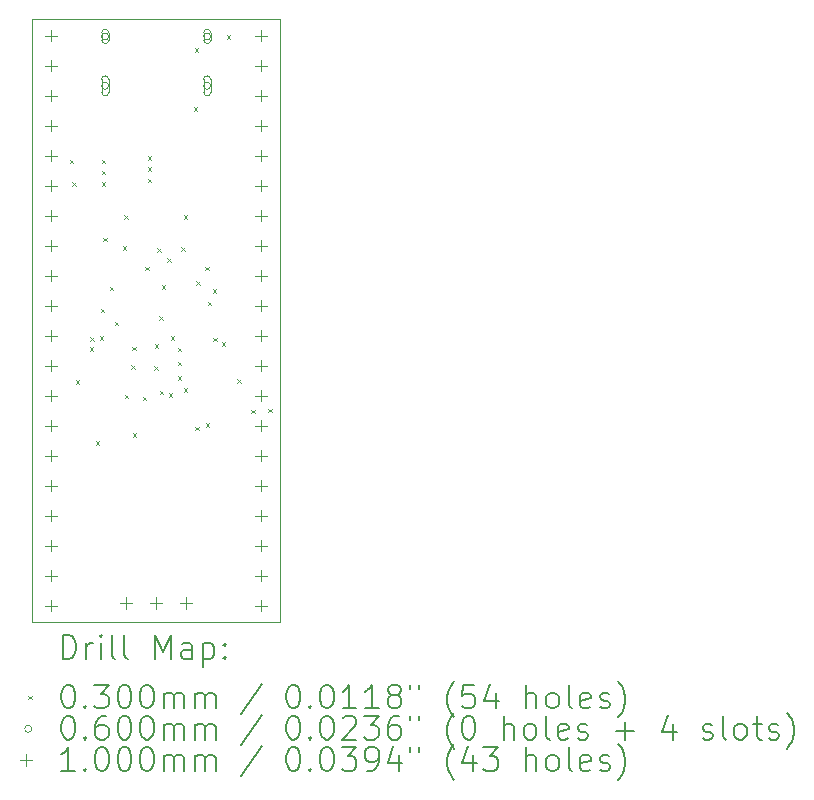
<source format=gbr>
%TF.GenerationSoftware,KiCad,Pcbnew,9.0.6*%
%TF.CreationDate,2025-12-22T21:29:59-08:00*%
%TF.ProjectId,Devboard,44657662-6f61-4726-942e-6b696361645f,rev?*%
%TF.SameCoordinates,Original*%
%TF.FileFunction,Drillmap*%
%TF.FilePolarity,Positive*%
%FSLAX45Y45*%
G04 Gerber Fmt 4.5, Leading zero omitted, Abs format (unit mm)*
G04 Created by KiCad (PCBNEW 9.0.6) date 2025-12-22 21:29:59*
%MOMM*%
%LPD*%
G01*
G04 APERTURE LIST*
%ADD10C,0.050000*%
%ADD11C,0.200000*%
%ADD12C,0.100000*%
G04 APERTURE END LIST*
D10*
X14287500Y-8210000D02*
X16387500Y-8210000D01*
X16387500Y-13310000D01*
X14287500Y-13310000D01*
X14287500Y-8210000D01*
D11*
D12*
X14607500Y-9400000D02*
X14637500Y-9430000D01*
X14637500Y-9400000D02*
X14607500Y-9430000D01*
X14627500Y-9590000D02*
X14657500Y-9620000D01*
X14657500Y-9590000D02*
X14627500Y-9620000D01*
X14658301Y-11265000D02*
X14688301Y-11295000D01*
X14688301Y-11265000D02*
X14658301Y-11295000D01*
X14776500Y-10985000D02*
X14806500Y-11015000D01*
X14806500Y-10985000D02*
X14776500Y-11015000D01*
X14778926Y-10902573D02*
X14808926Y-10932573D01*
X14808926Y-10902573D02*
X14778926Y-10932573D01*
X14827500Y-11780000D02*
X14857500Y-11810000D01*
X14857500Y-11780000D02*
X14827500Y-11810000D01*
X14858505Y-10894374D02*
X14888505Y-10924374D01*
X14888505Y-10894374D02*
X14858505Y-10924374D01*
X14867500Y-10660000D02*
X14897500Y-10690000D01*
X14897500Y-10660000D02*
X14867500Y-10690000D01*
X14877500Y-9400000D02*
X14907500Y-9430000D01*
X14907500Y-9400000D02*
X14877500Y-9430000D01*
X14877500Y-9490000D02*
X14907500Y-9520000D01*
X14907500Y-9490000D02*
X14877500Y-9520000D01*
X14877500Y-9590000D02*
X14907500Y-9620000D01*
X14907500Y-9590000D02*
X14877500Y-9620000D01*
X14887500Y-10060000D02*
X14917500Y-10090000D01*
X14917500Y-10060000D02*
X14887500Y-10090000D01*
X14942926Y-10474574D02*
X14972926Y-10504574D01*
X14972926Y-10474574D02*
X14942926Y-10504574D01*
X14987500Y-10770000D02*
X15017500Y-10800000D01*
X15017500Y-10770000D02*
X14987500Y-10800000D01*
X15054045Y-10130000D02*
X15084045Y-10160000D01*
X15084045Y-10130000D02*
X15054045Y-10160000D01*
X15067500Y-9870000D02*
X15097500Y-9900000D01*
X15097500Y-9870000D02*
X15067500Y-9900000D01*
X15071607Y-11390102D02*
X15101607Y-11420102D01*
X15101607Y-11390102D02*
X15071607Y-11420102D01*
X15127500Y-11140000D02*
X15157500Y-11170000D01*
X15157500Y-11140000D02*
X15127500Y-11170000D01*
X15137500Y-10980000D02*
X15167500Y-11010000D01*
X15167500Y-10980000D02*
X15137500Y-11010000D01*
X15138500Y-11713853D02*
X15168500Y-11743853D01*
X15168500Y-11713853D02*
X15138500Y-11743853D01*
X15223765Y-11406493D02*
X15253765Y-11436493D01*
X15253765Y-11406493D02*
X15223765Y-11436493D01*
X15244000Y-10305759D02*
X15274000Y-10335759D01*
X15274000Y-10305759D02*
X15244000Y-10335759D01*
X15267500Y-9370000D02*
X15297500Y-9400000D01*
X15297500Y-9370000D02*
X15267500Y-9400000D01*
X15267500Y-9460000D02*
X15297500Y-9490000D01*
X15297500Y-9460000D02*
X15267500Y-9490000D01*
X15267500Y-9560000D02*
X15297500Y-9590000D01*
X15297500Y-9560000D02*
X15267500Y-9590000D01*
X15322500Y-11145000D02*
X15352500Y-11175000D01*
X15352500Y-11145000D02*
X15322500Y-11175000D01*
X15327500Y-10960000D02*
X15357500Y-10990000D01*
X15357500Y-10960000D02*
X15327500Y-10990000D01*
X15347500Y-10150000D02*
X15377500Y-10180000D01*
X15377500Y-10150000D02*
X15347500Y-10180000D01*
X15362500Y-10721408D02*
X15392500Y-10751408D01*
X15392500Y-10721408D02*
X15362500Y-10751408D01*
X15367353Y-11355000D02*
X15397353Y-11385000D01*
X15397353Y-11355000D02*
X15367353Y-11385000D01*
X15384939Y-10463208D02*
X15414939Y-10493208D01*
X15414939Y-10463208D02*
X15384939Y-10493208D01*
X15433674Y-10233674D02*
X15463674Y-10263674D01*
X15463674Y-10233674D02*
X15433674Y-10263674D01*
X15445810Y-11373457D02*
X15475810Y-11403457D01*
X15475810Y-11373457D02*
X15445810Y-11403457D01*
X15461356Y-10895000D02*
X15491356Y-10925000D01*
X15491356Y-10895000D02*
X15461356Y-10925000D01*
X15521356Y-10990000D02*
X15551356Y-11020000D01*
X15551356Y-10990000D02*
X15521356Y-11020000D01*
X15521356Y-11110000D02*
X15551356Y-11140000D01*
X15551356Y-11110000D02*
X15521356Y-11140000D01*
X15521356Y-11230000D02*
X15551356Y-11260000D01*
X15551356Y-11230000D02*
X15521356Y-11260000D01*
X15549500Y-10140000D02*
X15579500Y-10170000D01*
X15579500Y-10140000D02*
X15549500Y-10170000D01*
X15572173Y-9870000D02*
X15602173Y-9900000D01*
X15602173Y-9870000D02*
X15572173Y-9900000D01*
X15572618Y-11333926D02*
X15602618Y-11363926D01*
X15602618Y-11333926D02*
X15572618Y-11363926D01*
X15655000Y-8955000D02*
X15685000Y-8985000D01*
X15685000Y-8955000D02*
X15655000Y-8985000D01*
X15665000Y-8455000D02*
X15695000Y-8485000D01*
X15695000Y-8455000D02*
X15665000Y-8485000D01*
X15667500Y-11660000D02*
X15697500Y-11690000D01*
X15697500Y-11660000D02*
X15667500Y-11690000D01*
X15675000Y-10425000D02*
X15705000Y-10455000D01*
X15705000Y-10425000D02*
X15675000Y-10455000D01*
X15755000Y-10305000D02*
X15785000Y-10335000D01*
X15785000Y-10305000D02*
X15755000Y-10335000D01*
X15757500Y-11630000D02*
X15787500Y-11660000D01*
X15787500Y-11630000D02*
X15757500Y-11660000D01*
X15773500Y-10600323D02*
X15803500Y-10630323D01*
X15803500Y-10600323D02*
X15773500Y-10630323D01*
X15817500Y-10495000D02*
X15847500Y-10525000D01*
X15847500Y-10495000D02*
X15817500Y-10525000D01*
X15822324Y-10904305D02*
X15852324Y-10934305D01*
X15852324Y-10904305D02*
X15822324Y-10934305D01*
X15891200Y-10945000D02*
X15921200Y-10975000D01*
X15921200Y-10945000D02*
X15891200Y-10975000D01*
X15935000Y-8345000D02*
X15965000Y-8375000D01*
X15965000Y-8345000D02*
X15935000Y-8375000D01*
X16026500Y-11255644D02*
X16056500Y-11285644D01*
X16056500Y-11255644D02*
X16026500Y-11285644D01*
X16144500Y-11515000D02*
X16174500Y-11545000D01*
X16174500Y-11515000D02*
X16144500Y-11545000D01*
X16285000Y-11505000D02*
X16315000Y-11535000D01*
X16315000Y-11505000D02*
X16285000Y-11535000D01*
X14935500Y-8355000D02*
G75*
G02*
X14875500Y-8355000I-30000J0D01*
G01*
X14875500Y-8355000D02*
G75*
G02*
X14935500Y-8355000I30000J0D01*
G01*
X14935500Y-8385000D02*
X14935500Y-8325000D01*
X14875500Y-8325000D02*
G75*
G02*
X14935500Y-8325000I30000J0D01*
G01*
X14875500Y-8325000D02*
X14875500Y-8385000D01*
X14875500Y-8385000D02*
G75*
G03*
X14935500Y-8385000I30000J0D01*
G01*
X14935500Y-8773000D02*
G75*
G02*
X14875500Y-8773000I-30000J0D01*
G01*
X14875500Y-8773000D02*
G75*
G02*
X14935500Y-8773000I30000J0D01*
G01*
X14935500Y-8828000D02*
X14935500Y-8718000D01*
X14875500Y-8718000D02*
G75*
G02*
X14935500Y-8718000I30000J0D01*
G01*
X14875500Y-8718000D02*
X14875500Y-8828000D01*
X14875500Y-8828000D02*
G75*
G03*
X14935500Y-8828000I30000J0D01*
G01*
X15799500Y-8355000D02*
G75*
G02*
X15739500Y-8355000I-30000J0D01*
G01*
X15739500Y-8355000D02*
G75*
G02*
X15799500Y-8355000I30000J0D01*
G01*
X15799500Y-8385000D02*
X15799500Y-8325000D01*
X15739500Y-8325000D02*
G75*
G02*
X15799500Y-8325000I30000J0D01*
G01*
X15739500Y-8325000D02*
X15739500Y-8385000D01*
X15739500Y-8385000D02*
G75*
G03*
X15799500Y-8385000I30000J0D01*
G01*
X15799500Y-8773000D02*
G75*
G02*
X15739500Y-8773000I-30000J0D01*
G01*
X15739500Y-8773000D02*
G75*
G02*
X15799500Y-8773000I30000J0D01*
G01*
X15799500Y-8828000D02*
X15799500Y-8718000D01*
X15739500Y-8718000D02*
G75*
G02*
X15799500Y-8718000I30000J0D01*
G01*
X15739500Y-8718000D02*
X15739500Y-8828000D01*
X15739500Y-8828000D02*
G75*
G03*
X15799500Y-8828000I30000J0D01*
G01*
X14448500Y-8297000D02*
X14448500Y-8397000D01*
X14398500Y-8347000D02*
X14498500Y-8347000D01*
X14448500Y-8551000D02*
X14448500Y-8651000D01*
X14398500Y-8601000D02*
X14498500Y-8601000D01*
X14448500Y-8805000D02*
X14448500Y-8905000D01*
X14398500Y-8855000D02*
X14498500Y-8855000D01*
X14448500Y-9059000D02*
X14448500Y-9159000D01*
X14398500Y-9109000D02*
X14498500Y-9109000D01*
X14448500Y-9313000D02*
X14448500Y-9413000D01*
X14398500Y-9363000D02*
X14498500Y-9363000D01*
X14448500Y-9567000D02*
X14448500Y-9667000D01*
X14398500Y-9617000D02*
X14498500Y-9617000D01*
X14448500Y-9821000D02*
X14448500Y-9921000D01*
X14398500Y-9871000D02*
X14498500Y-9871000D01*
X14448500Y-10075000D02*
X14448500Y-10175000D01*
X14398500Y-10125000D02*
X14498500Y-10125000D01*
X14448500Y-10329000D02*
X14448500Y-10429000D01*
X14398500Y-10379000D02*
X14498500Y-10379000D01*
X14448500Y-10583000D02*
X14448500Y-10683000D01*
X14398500Y-10633000D02*
X14498500Y-10633000D01*
X14448500Y-10837000D02*
X14448500Y-10937000D01*
X14398500Y-10887000D02*
X14498500Y-10887000D01*
X14448500Y-11091000D02*
X14448500Y-11191000D01*
X14398500Y-11141000D02*
X14498500Y-11141000D01*
X14448500Y-11345000D02*
X14448500Y-11445000D01*
X14398500Y-11395000D02*
X14498500Y-11395000D01*
X14448500Y-11599000D02*
X14448500Y-11699000D01*
X14398500Y-11649000D02*
X14498500Y-11649000D01*
X14448500Y-11853000D02*
X14448500Y-11953000D01*
X14398500Y-11903000D02*
X14498500Y-11903000D01*
X14448500Y-12107000D02*
X14448500Y-12207000D01*
X14398500Y-12157000D02*
X14498500Y-12157000D01*
X14448500Y-12361000D02*
X14448500Y-12461000D01*
X14398500Y-12411000D02*
X14498500Y-12411000D01*
X14448500Y-12615000D02*
X14448500Y-12715000D01*
X14398500Y-12665000D02*
X14498500Y-12665000D01*
X14448500Y-12869000D02*
X14448500Y-12969000D01*
X14398500Y-12919000D02*
X14498500Y-12919000D01*
X14448500Y-13123000D02*
X14448500Y-13223000D01*
X14398500Y-13173000D02*
X14498500Y-13173000D01*
X15083500Y-13099000D02*
X15083500Y-13199000D01*
X15033500Y-13149000D02*
X15133500Y-13149000D01*
X15337500Y-13099000D02*
X15337500Y-13199000D01*
X15287500Y-13149000D02*
X15387500Y-13149000D01*
X15591500Y-13099000D02*
X15591500Y-13199000D01*
X15541500Y-13149000D02*
X15641500Y-13149000D01*
X16226500Y-8297000D02*
X16226500Y-8397000D01*
X16176500Y-8347000D02*
X16276500Y-8347000D01*
X16226500Y-8551000D02*
X16226500Y-8651000D01*
X16176500Y-8601000D02*
X16276500Y-8601000D01*
X16226500Y-8805000D02*
X16226500Y-8905000D01*
X16176500Y-8855000D02*
X16276500Y-8855000D01*
X16226500Y-9059000D02*
X16226500Y-9159000D01*
X16176500Y-9109000D02*
X16276500Y-9109000D01*
X16226500Y-9313000D02*
X16226500Y-9413000D01*
X16176500Y-9363000D02*
X16276500Y-9363000D01*
X16226500Y-9567000D02*
X16226500Y-9667000D01*
X16176500Y-9617000D02*
X16276500Y-9617000D01*
X16226500Y-9821000D02*
X16226500Y-9921000D01*
X16176500Y-9871000D02*
X16276500Y-9871000D01*
X16226500Y-10075000D02*
X16226500Y-10175000D01*
X16176500Y-10125000D02*
X16276500Y-10125000D01*
X16226500Y-10329000D02*
X16226500Y-10429000D01*
X16176500Y-10379000D02*
X16276500Y-10379000D01*
X16226500Y-10583000D02*
X16226500Y-10683000D01*
X16176500Y-10633000D02*
X16276500Y-10633000D01*
X16226500Y-10837000D02*
X16226500Y-10937000D01*
X16176500Y-10887000D02*
X16276500Y-10887000D01*
X16226500Y-11091000D02*
X16226500Y-11191000D01*
X16176500Y-11141000D02*
X16276500Y-11141000D01*
X16226500Y-11345000D02*
X16226500Y-11445000D01*
X16176500Y-11395000D02*
X16276500Y-11395000D01*
X16226500Y-11599000D02*
X16226500Y-11699000D01*
X16176500Y-11649000D02*
X16276500Y-11649000D01*
X16226500Y-11853000D02*
X16226500Y-11953000D01*
X16176500Y-11903000D02*
X16276500Y-11903000D01*
X16226500Y-12107000D02*
X16226500Y-12207000D01*
X16176500Y-12157000D02*
X16276500Y-12157000D01*
X16226500Y-12361000D02*
X16226500Y-12461000D01*
X16176500Y-12411000D02*
X16276500Y-12411000D01*
X16226500Y-12615000D02*
X16226500Y-12715000D01*
X16176500Y-12665000D02*
X16276500Y-12665000D01*
X16226500Y-12869000D02*
X16226500Y-12969000D01*
X16176500Y-12919000D02*
X16276500Y-12919000D01*
X16226500Y-13123000D02*
X16226500Y-13223000D01*
X16176500Y-13173000D02*
X16276500Y-13173000D01*
D11*
X14545777Y-13623984D02*
X14545777Y-13423984D01*
X14545777Y-13423984D02*
X14593396Y-13423984D01*
X14593396Y-13423984D02*
X14621967Y-13433508D01*
X14621967Y-13433508D02*
X14641015Y-13452555D01*
X14641015Y-13452555D02*
X14650539Y-13471603D01*
X14650539Y-13471603D02*
X14660062Y-13509698D01*
X14660062Y-13509698D02*
X14660062Y-13538269D01*
X14660062Y-13538269D02*
X14650539Y-13576365D01*
X14650539Y-13576365D02*
X14641015Y-13595412D01*
X14641015Y-13595412D02*
X14621967Y-13614460D01*
X14621967Y-13614460D02*
X14593396Y-13623984D01*
X14593396Y-13623984D02*
X14545777Y-13623984D01*
X14745777Y-13623984D02*
X14745777Y-13490650D01*
X14745777Y-13528746D02*
X14755301Y-13509698D01*
X14755301Y-13509698D02*
X14764824Y-13500174D01*
X14764824Y-13500174D02*
X14783872Y-13490650D01*
X14783872Y-13490650D02*
X14802920Y-13490650D01*
X14869586Y-13623984D02*
X14869586Y-13490650D01*
X14869586Y-13423984D02*
X14860062Y-13433508D01*
X14860062Y-13433508D02*
X14869586Y-13443031D01*
X14869586Y-13443031D02*
X14879110Y-13433508D01*
X14879110Y-13433508D02*
X14869586Y-13423984D01*
X14869586Y-13423984D02*
X14869586Y-13443031D01*
X14993396Y-13623984D02*
X14974348Y-13614460D01*
X14974348Y-13614460D02*
X14964824Y-13595412D01*
X14964824Y-13595412D02*
X14964824Y-13423984D01*
X15098158Y-13623984D02*
X15079110Y-13614460D01*
X15079110Y-13614460D02*
X15069586Y-13595412D01*
X15069586Y-13595412D02*
X15069586Y-13423984D01*
X15326729Y-13623984D02*
X15326729Y-13423984D01*
X15326729Y-13423984D02*
X15393396Y-13566841D01*
X15393396Y-13566841D02*
X15460062Y-13423984D01*
X15460062Y-13423984D02*
X15460062Y-13623984D01*
X15641015Y-13623984D02*
X15641015Y-13519222D01*
X15641015Y-13519222D02*
X15631491Y-13500174D01*
X15631491Y-13500174D02*
X15612443Y-13490650D01*
X15612443Y-13490650D02*
X15574348Y-13490650D01*
X15574348Y-13490650D02*
X15555301Y-13500174D01*
X15641015Y-13614460D02*
X15621967Y-13623984D01*
X15621967Y-13623984D02*
X15574348Y-13623984D01*
X15574348Y-13623984D02*
X15555301Y-13614460D01*
X15555301Y-13614460D02*
X15545777Y-13595412D01*
X15545777Y-13595412D02*
X15545777Y-13576365D01*
X15545777Y-13576365D02*
X15555301Y-13557317D01*
X15555301Y-13557317D02*
X15574348Y-13547793D01*
X15574348Y-13547793D02*
X15621967Y-13547793D01*
X15621967Y-13547793D02*
X15641015Y-13538269D01*
X15736253Y-13490650D02*
X15736253Y-13690650D01*
X15736253Y-13500174D02*
X15755301Y-13490650D01*
X15755301Y-13490650D02*
X15793396Y-13490650D01*
X15793396Y-13490650D02*
X15812443Y-13500174D01*
X15812443Y-13500174D02*
X15821967Y-13509698D01*
X15821967Y-13509698D02*
X15831491Y-13528746D01*
X15831491Y-13528746D02*
X15831491Y-13585888D01*
X15831491Y-13585888D02*
X15821967Y-13604936D01*
X15821967Y-13604936D02*
X15812443Y-13614460D01*
X15812443Y-13614460D02*
X15793396Y-13623984D01*
X15793396Y-13623984D02*
X15755301Y-13623984D01*
X15755301Y-13623984D02*
X15736253Y-13614460D01*
X15917205Y-13604936D02*
X15926729Y-13614460D01*
X15926729Y-13614460D02*
X15917205Y-13623984D01*
X15917205Y-13623984D02*
X15907682Y-13614460D01*
X15907682Y-13614460D02*
X15917205Y-13604936D01*
X15917205Y-13604936D02*
X15917205Y-13623984D01*
X15917205Y-13500174D02*
X15926729Y-13509698D01*
X15926729Y-13509698D02*
X15917205Y-13519222D01*
X15917205Y-13519222D02*
X15907682Y-13509698D01*
X15907682Y-13509698D02*
X15917205Y-13500174D01*
X15917205Y-13500174D02*
X15917205Y-13519222D01*
D12*
X14255000Y-13937500D02*
X14285000Y-13967500D01*
X14285000Y-13937500D02*
X14255000Y-13967500D01*
D11*
X14583872Y-13843984D02*
X14602920Y-13843984D01*
X14602920Y-13843984D02*
X14621967Y-13853508D01*
X14621967Y-13853508D02*
X14631491Y-13863031D01*
X14631491Y-13863031D02*
X14641015Y-13882079D01*
X14641015Y-13882079D02*
X14650539Y-13920174D01*
X14650539Y-13920174D02*
X14650539Y-13967793D01*
X14650539Y-13967793D02*
X14641015Y-14005888D01*
X14641015Y-14005888D02*
X14631491Y-14024936D01*
X14631491Y-14024936D02*
X14621967Y-14034460D01*
X14621967Y-14034460D02*
X14602920Y-14043984D01*
X14602920Y-14043984D02*
X14583872Y-14043984D01*
X14583872Y-14043984D02*
X14564824Y-14034460D01*
X14564824Y-14034460D02*
X14555301Y-14024936D01*
X14555301Y-14024936D02*
X14545777Y-14005888D01*
X14545777Y-14005888D02*
X14536253Y-13967793D01*
X14536253Y-13967793D02*
X14536253Y-13920174D01*
X14536253Y-13920174D02*
X14545777Y-13882079D01*
X14545777Y-13882079D02*
X14555301Y-13863031D01*
X14555301Y-13863031D02*
X14564824Y-13853508D01*
X14564824Y-13853508D02*
X14583872Y-13843984D01*
X14736253Y-14024936D02*
X14745777Y-14034460D01*
X14745777Y-14034460D02*
X14736253Y-14043984D01*
X14736253Y-14043984D02*
X14726729Y-14034460D01*
X14726729Y-14034460D02*
X14736253Y-14024936D01*
X14736253Y-14024936D02*
X14736253Y-14043984D01*
X14812443Y-13843984D02*
X14936253Y-13843984D01*
X14936253Y-13843984D02*
X14869586Y-13920174D01*
X14869586Y-13920174D02*
X14898158Y-13920174D01*
X14898158Y-13920174D02*
X14917205Y-13929698D01*
X14917205Y-13929698D02*
X14926729Y-13939222D01*
X14926729Y-13939222D02*
X14936253Y-13958269D01*
X14936253Y-13958269D02*
X14936253Y-14005888D01*
X14936253Y-14005888D02*
X14926729Y-14024936D01*
X14926729Y-14024936D02*
X14917205Y-14034460D01*
X14917205Y-14034460D02*
X14898158Y-14043984D01*
X14898158Y-14043984D02*
X14841015Y-14043984D01*
X14841015Y-14043984D02*
X14821967Y-14034460D01*
X14821967Y-14034460D02*
X14812443Y-14024936D01*
X15060062Y-13843984D02*
X15079110Y-13843984D01*
X15079110Y-13843984D02*
X15098158Y-13853508D01*
X15098158Y-13853508D02*
X15107682Y-13863031D01*
X15107682Y-13863031D02*
X15117205Y-13882079D01*
X15117205Y-13882079D02*
X15126729Y-13920174D01*
X15126729Y-13920174D02*
X15126729Y-13967793D01*
X15126729Y-13967793D02*
X15117205Y-14005888D01*
X15117205Y-14005888D02*
X15107682Y-14024936D01*
X15107682Y-14024936D02*
X15098158Y-14034460D01*
X15098158Y-14034460D02*
X15079110Y-14043984D01*
X15079110Y-14043984D02*
X15060062Y-14043984D01*
X15060062Y-14043984D02*
X15041015Y-14034460D01*
X15041015Y-14034460D02*
X15031491Y-14024936D01*
X15031491Y-14024936D02*
X15021967Y-14005888D01*
X15021967Y-14005888D02*
X15012443Y-13967793D01*
X15012443Y-13967793D02*
X15012443Y-13920174D01*
X15012443Y-13920174D02*
X15021967Y-13882079D01*
X15021967Y-13882079D02*
X15031491Y-13863031D01*
X15031491Y-13863031D02*
X15041015Y-13853508D01*
X15041015Y-13853508D02*
X15060062Y-13843984D01*
X15250539Y-13843984D02*
X15269586Y-13843984D01*
X15269586Y-13843984D02*
X15288634Y-13853508D01*
X15288634Y-13853508D02*
X15298158Y-13863031D01*
X15298158Y-13863031D02*
X15307682Y-13882079D01*
X15307682Y-13882079D02*
X15317205Y-13920174D01*
X15317205Y-13920174D02*
X15317205Y-13967793D01*
X15317205Y-13967793D02*
X15307682Y-14005888D01*
X15307682Y-14005888D02*
X15298158Y-14024936D01*
X15298158Y-14024936D02*
X15288634Y-14034460D01*
X15288634Y-14034460D02*
X15269586Y-14043984D01*
X15269586Y-14043984D02*
X15250539Y-14043984D01*
X15250539Y-14043984D02*
X15231491Y-14034460D01*
X15231491Y-14034460D02*
X15221967Y-14024936D01*
X15221967Y-14024936D02*
X15212443Y-14005888D01*
X15212443Y-14005888D02*
X15202920Y-13967793D01*
X15202920Y-13967793D02*
X15202920Y-13920174D01*
X15202920Y-13920174D02*
X15212443Y-13882079D01*
X15212443Y-13882079D02*
X15221967Y-13863031D01*
X15221967Y-13863031D02*
X15231491Y-13853508D01*
X15231491Y-13853508D02*
X15250539Y-13843984D01*
X15402920Y-14043984D02*
X15402920Y-13910650D01*
X15402920Y-13929698D02*
X15412443Y-13920174D01*
X15412443Y-13920174D02*
X15431491Y-13910650D01*
X15431491Y-13910650D02*
X15460063Y-13910650D01*
X15460063Y-13910650D02*
X15479110Y-13920174D01*
X15479110Y-13920174D02*
X15488634Y-13939222D01*
X15488634Y-13939222D02*
X15488634Y-14043984D01*
X15488634Y-13939222D02*
X15498158Y-13920174D01*
X15498158Y-13920174D02*
X15517205Y-13910650D01*
X15517205Y-13910650D02*
X15545777Y-13910650D01*
X15545777Y-13910650D02*
X15564824Y-13920174D01*
X15564824Y-13920174D02*
X15574348Y-13939222D01*
X15574348Y-13939222D02*
X15574348Y-14043984D01*
X15669586Y-14043984D02*
X15669586Y-13910650D01*
X15669586Y-13929698D02*
X15679110Y-13920174D01*
X15679110Y-13920174D02*
X15698158Y-13910650D01*
X15698158Y-13910650D02*
X15726729Y-13910650D01*
X15726729Y-13910650D02*
X15745777Y-13920174D01*
X15745777Y-13920174D02*
X15755301Y-13939222D01*
X15755301Y-13939222D02*
X15755301Y-14043984D01*
X15755301Y-13939222D02*
X15764824Y-13920174D01*
X15764824Y-13920174D02*
X15783872Y-13910650D01*
X15783872Y-13910650D02*
X15812443Y-13910650D01*
X15812443Y-13910650D02*
X15831491Y-13920174D01*
X15831491Y-13920174D02*
X15841015Y-13939222D01*
X15841015Y-13939222D02*
X15841015Y-14043984D01*
X16231491Y-13834460D02*
X16060063Y-14091603D01*
X16488634Y-13843984D02*
X16507682Y-13843984D01*
X16507682Y-13843984D02*
X16526729Y-13853508D01*
X16526729Y-13853508D02*
X16536253Y-13863031D01*
X16536253Y-13863031D02*
X16545777Y-13882079D01*
X16545777Y-13882079D02*
X16555301Y-13920174D01*
X16555301Y-13920174D02*
X16555301Y-13967793D01*
X16555301Y-13967793D02*
X16545777Y-14005888D01*
X16545777Y-14005888D02*
X16536253Y-14024936D01*
X16536253Y-14024936D02*
X16526729Y-14034460D01*
X16526729Y-14034460D02*
X16507682Y-14043984D01*
X16507682Y-14043984D02*
X16488634Y-14043984D01*
X16488634Y-14043984D02*
X16469586Y-14034460D01*
X16469586Y-14034460D02*
X16460063Y-14024936D01*
X16460063Y-14024936D02*
X16450539Y-14005888D01*
X16450539Y-14005888D02*
X16441015Y-13967793D01*
X16441015Y-13967793D02*
X16441015Y-13920174D01*
X16441015Y-13920174D02*
X16450539Y-13882079D01*
X16450539Y-13882079D02*
X16460063Y-13863031D01*
X16460063Y-13863031D02*
X16469586Y-13853508D01*
X16469586Y-13853508D02*
X16488634Y-13843984D01*
X16641015Y-14024936D02*
X16650539Y-14034460D01*
X16650539Y-14034460D02*
X16641015Y-14043984D01*
X16641015Y-14043984D02*
X16631491Y-14034460D01*
X16631491Y-14034460D02*
X16641015Y-14024936D01*
X16641015Y-14024936D02*
X16641015Y-14043984D01*
X16774348Y-13843984D02*
X16793396Y-13843984D01*
X16793396Y-13843984D02*
X16812444Y-13853508D01*
X16812444Y-13853508D02*
X16821968Y-13863031D01*
X16821968Y-13863031D02*
X16831491Y-13882079D01*
X16831491Y-13882079D02*
X16841015Y-13920174D01*
X16841015Y-13920174D02*
X16841015Y-13967793D01*
X16841015Y-13967793D02*
X16831491Y-14005888D01*
X16831491Y-14005888D02*
X16821968Y-14024936D01*
X16821968Y-14024936D02*
X16812444Y-14034460D01*
X16812444Y-14034460D02*
X16793396Y-14043984D01*
X16793396Y-14043984D02*
X16774348Y-14043984D01*
X16774348Y-14043984D02*
X16755301Y-14034460D01*
X16755301Y-14034460D02*
X16745777Y-14024936D01*
X16745777Y-14024936D02*
X16736253Y-14005888D01*
X16736253Y-14005888D02*
X16726729Y-13967793D01*
X16726729Y-13967793D02*
X16726729Y-13920174D01*
X16726729Y-13920174D02*
X16736253Y-13882079D01*
X16736253Y-13882079D02*
X16745777Y-13863031D01*
X16745777Y-13863031D02*
X16755301Y-13853508D01*
X16755301Y-13853508D02*
X16774348Y-13843984D01*
X17031491Y-14043984D02*
X16917206Y-14043984D01*
X16974348Y-14043984D02*
X16974348Y-13843984D01*
X16974348Y-13843984D02*
X16955301Y-13872555D01*
X16955301Y-13872555D02*
X16936253Y-13891603D01*
X16936253Y-13891603D02*
X16917206Y-13901127D01*
X17221968Y-14043984D02*
X17107682Y-14043984D01*
X17164825Y-14043984D02*
X17164825Y-13843984D01*
X17164825Y-13843984D02*
X17145777Y-13872555D01*
X17145777Y-13872555D02*
X17126729Y-13891603D01*
X17126729Y-13891603D02*
X17107682Y-13901127D01*
X17336253Y-13929698D02*
X17317206Y-13920174D01*
X17317206Y-13920174D02*
X17307682Y-13910650D01*
X17307682Y-13910650D02*
X17298158Y-13891603D01*
X17298158Y-13891603D02*
X17298158Y-13882079D01*
X17298158Y-13882079D02*
X17307682Y-13863031D01*
X17307682Y-13863031D02*
X17317206Y-13853508D01*
X17317206Y-13853508D02*
X17336253Y-13843984D01*
X17336253Y-13843984D02*
X17374349Y-13843984D01*
X17374349Y-13843984D02*
X17393396Y-13853508D01*
X17393396Y-13853508D02*
X17402920Y-13863031D01*
X17402920Y-13863031D02*
X17412444Y-13882079D01*
X17412444Y-13882079D02*
X17412444Y-13891603D01*
X17412444Y-13891603D02*
X17402920Y-13910650D01*
X17402920Y-13910650D02*
X17393396Y-13920174D01*
X17393396Y-13920174D02*
X17374349Y-13929698D01*
X17374349Y-13929698D02*
X17336253Y-13929698D01*
X17336253Y-13929698D02*
X17317206Y-13939222D01*
X17317206Y-13939222D02*
X17307682Y-13948746D01*
X17307682Y-13948746D02*
X17298158Y-13967793D01*
X17298158Y-13967793D02*
X17298158Y-14005888D01*
X17298158Y-14005888D02*
X17307682Y-14024936D01*
X17307682Y-14024936D02*
X17317206Y-14034460D01*
X17317206Y-14034460D02*
X17336253Y-14043984D01*
X17336253Y-14043984D02*
X17374349Y-14043984D01*
X17374349Y-14043984D02*
X17393396Y-14034460D01*
X17393396Y-14034460D02*
X17402920Y-14024936D01*
X17402920Y-14024936D02*
X17412444Y-14005888D01*
X17412444Y-14005888D02*
X17412444Y-13967793D01*
X17412444Y-13967793D02*
X17402920Y-13948746D01*
X17402920Y-13948746D02*
X17393396Y-13939222D01*
X17393396Y-13939222D02*
X17374349Y-13929698D01*
X17488634Y-13843984D02*
X17488634Y-13882079D01*
X17564825Y-13843984D02*
X17564825Y-13882079D01*
X17860063Y-14120174D02*
X17850539Y-14110650D01*
X17850539Y-14110650D02*
X17831491Y-14082079D01*
X17831491Y-14082079D02*
X17821968Y-14063031D01*
X17821968Y-14063031D02*
X17812444Y-14034460D01*
X17812444Y-14034460D02*
X17802920Y-13986841D01*
X17802920Y-13986841D02*
X17802920Y-13948746D01*
X17802920Y-13948746D02*
X17812444Y-13901127D01*
X17812444Y-13901127D02*
X17821968Y-13872555D01*
X17821968Y-13872555D02*
X17831491Y-13853508D01*
X17831491Y-13853508D02*
X17850539Y-13824936D01*
X17850539Y-13824936D02*
X17860063Y-13815412D01*
X18031491Y-13843984D02*
X17936253Y-13843984D01*
X17936253Y-13843984D02*
X17926730Y-13939222D01*
X17926730Y-13939222D02*
X17936253Y-13929698D01*
X17936253Y-13929698D02*
X17955301Y-13920174D01*
X17955301Y-13920174D02*
X18002920Y-13920174D01*
X18002920Y-13920174D02*
X18021968Y-13929698D01*
X18021968Y-13929698D02*
X18031491Y-13939222D01*
X18031491Y-13939222D02*
X18041015Y-13958269D01*
X18041015Y-13958269D02*
X18041015Y-14005888D01*
X18041015Y-14005888D02*
X18031491Y-14024936D01*
X18031491Y-14024936D02*
X18021968Y-14034460D01*
X18021968Y-14034460D02*
X18002920Y-14043984D01*
X18002920Y-14043984D02*
X17955301Y-14043984D01*
X17955301Y-14043984D02*
X17936253Y-14034460D01*
X17936253Y-14034460D02*
X17926730Y-14024936D01*
X18212444Y-13910650D02*
X18212444Y-14043984D01*
X18164825Y-13834460D02*
X18117206Y-13977317D01*
X18117206Y-13977317D02*
X18241015Y-13977317D01*
X18469587Y-14043984D02*
X18469587Y-13843984D01*
X18555301Y-14043984D02*
X18555301Y-13939222D01*
X18555301Y-13939222D02*
X18545777Y-13920174D01*
X18545777Y-13920174D02*
X18526730Y-13910650D01*
X18526730Y-13910650D02*
X18498158Y-13910650D01*
X18498158Y-13910650D02*
X18479111Y-13920174D01*
X18479111Y-13920174D02*
X18469587Y-13929698D01*
X18679111Y-14043984D02*
X18660063Y-14034460D01*
X18660063Y-14034460D02*
X18650539Y-14024936D01*
X18650539Y-14024936D02*
X18641015Y-14005888D01*
X18641015Y-14005888D02*
X18641015Y-13948746D01*
X18641015Y-13948746D02*
X18650539Y-13929698D01*
X18650539Y-13929698D02*
X18660063Y-13920174D01*
X18660063Y-13920174D02*
X18679111Y-13910650D01*
X18679111Y-13910650D02*
X18707682Y-13910650D01*
X18707682Y-13910650D02*
X18726730Y-13920174D01*
X18726730Y-13920174D02*
X18736253Y-13929698D01*
X18736253Y-13929698D02*
X18745777Y-13948746D01*
X18745777Y-13948746D02*
X18745777Y-14005888D01*
X18745777Y-14005888D02*
X18736253Y-14024936D01*
X18736253Y-14024936D02*
X18726730Y-14034460D01*
X18726730Y-14034460D02*
X18707682Y-14043984D01*
X18707682Y-14043984D02*
X18679111Y-14043984D01*
X18860063Y-14043984D02*
X18841015Y-14034460D01*
X18841015Y-14034460D02*
X18831492Y-14015412D01*
X18831492Y-14015412D02*
X18831492Y-13843984D01*
X19012444Y-14034460D02*
X18993396Y-14043984D01*
X18993396Y-14043984D02*
X18955301Y-14043984D01*
X18955301Y-14043984D02*
X18936253Y-14034460D01*
X18936253Y-14034460D02*
X18926730Y-14015412D01*
X18926730Y-14015412D02*
X18926730Y-13939222D01*
X18926730Y-13939222D02*
X18936253Y-13920174D01*
X18936253Y-13920174D02*
X18955301Y-13910650D01*
X18955301Y-13910650D02*
X18993396Y-13910650D01*
X18993396Y-13910650D02*
X19012444Y-13920174D01*
X19012444Y-13920174D02*
X19021968Y-13939222D01*
X19021968Y-13939222D02*
X19021968Y-13958269D01*
X19021968Y-13958269D02*
X18926730Y-13977317D01*
X19098158Y-14034460D02*
X19117206Y-14043984D01*
X19117206Y-14043984D02*
X19155301Y-14043984D01*
X19155301Y-14043984D02*
X19174349Y-14034460D01*
X19174349Y-14034460D02*
X19183873Y-14015412D01*
X19183873Y-14015412D02*
X19183873Y-14005888D01*
X19183873Y-14005888D02*
X19174349Y-13986841D01*
X19174349Y-13986841D02*
X19155301Y-13977317D01*
X19155301Y-13977317D02*
X19126730Y-13977317D01*
X19126730Y-13977317D02*
X19107682Y-13967793D01*
X19107682Y-13967793D02*
X19098158Y-13948746D01*
X19098158Y-13948746D02*
X19098158Y-13939222D01*
X19098158Y-13939222D02*
X19107682Y-13920174D01*
X19107682Y-13920174D02*
X19126730Y-13910650D01*
X19126730Y-13910650D02*
X19155301Y-13910650D01*
X19155301Y-13910650D02*
X19174349Y-13920174D01*
X19250539Y-14120174D02*
X19260063Y-14110650D01*
X19260063Y-14110650D02*
X19279111Y-14082079D01*
X19279111Y-14082079D02*
X19288634Y-14063031D01*
X19288634Y-14063031D02*
X19298158Y-14034460D01*
X19298158Y-14034460D02*
X19307682Y-13986841D01*
X19307682Y-13986841D02*
X19307682Y-13948746D01*
X19307682Y-13948746D02*
X19298158Y-13901127D01*
X19298158Y-13901127D02*
X19288634Y-13872555D01*
X19288634Y-13872555D02*
X19279111Y-13853508D01*
X19279111Y-13853508D02*
X19260063Y-13824936D01*
X19260063Y-13824936D02*
X19250539Y-13815412D01*
D12*
X14285000Y-14216500D02*
G75*
G02*
X14225000Y-14216500I-30000J0D01*
G01*
X14225000Y-14216500D02*
G75*
G02*
X14285000Y-14216500I30000J0D01*
G01*
D11*
X14583872Y-14107984D02*
X14602920Y-14107984D01*
X14602920Y-14107984D02*
X14621967Y-14117508D01*
X14621967Y-14117508D02*
X14631491Y-14127031D01*
X14631491Y-14127031D02*
X14641015Y-14146079D01*
X14641015Y-14146079D02*
X14650539Y-14184174D01*
X14650539Y-14184174D02*
X14650539Y-14231793D01*
X14650539Y-14231793D02*
X14641015Y-14269888D01*
X14641015Y-14269888D02*
X14631491Y-14288936D01*
X14631491Y-14288936D02*
X14621967Y-14298460D01*
X14621967Y-14298460D02*
X14602920Y-14307984D01*
X14602920Y-14307984D02*
X14583872Y-14307984D01*
X14583872Y-14307984D02*
X14564824Y-14298460D01*
X14564824Y-14298460D02*
X14555301Y-14288936D01*
X14555301Y-14288936D02*
X14545777Y-14269888D01*
X14545777Y-14269888D02*
X14536253Y-14231793D01*
X14536253Y-14231793D02*
X14536253Y-14184174D01*
X14536253Y-14184174D02*
X14545777Y-14146079D01*
X14545777Y-14146079D02*
X14555301Y-14127031D01*
X14555301Y-14127031D02*
X14564824Y-14117508D01*
X14564824Y-14117508D02*
X14583872Y-14107984D01*
X14736253Y-14288936D02*
X14745777Y-14298460D01*
X14745777Y-14298460D02*
X14736253Y-14307984D01*
X14736253Y-14307984D02*
X14726729Y-14298460D01*
X14726729Y-14298460D02*
X14736253Y-14288936D01*
X14736253Y-14288936D02*
X14736253Y-14307984D01*
X14917205Y-14107984D02*
X14879110Y-14107984D01*
X14879110Y-14107984D02*
X14860062Y-14117508D01*
X14860062Y-14117508D02*
X14850539Y-14127031D01*
X14850539Y-14127031D02*
X14831491Y-14155603D01*
X14831491Y-14155603D02*
X14821967Y-14193698D01*
X14821967Y-14193698D02*
X14821967Y-14269888D01*
X14821967Y-14269888D02*
X14831491Y-14288936D01*
X14831491Y-14288936D02*
X14841015Y-14298460D01*
X14841015Y-14298460D02*
X14860062Y-14307984D01*
X14860062Y-14307984D02*
X14898158Y-14307984D01*
X14898158Y-14307984D02*
X14917205Y-14298460D01*
X14917205Y-14298460D02*
X14926729Y-14288936D01*
X14926729Y-14288936D02*
X14936253Y-14269888D01*
X14936253Y-14269888D02*
X14936253Y-14222269D01*
X14936253Y-14222269D02*
X14926729Y-14203222D01*
X14926729Y-14203222D02*
X14917205Y-14193698D01*
X14917205Y-14193698D02*
X14898158Y-14184174D01*
X14898158Y-14184174D02*
X14860062Y-14184174D01*
X14860062Y-14184174D02*
X14841015Y-14193698D01*
X14841015Y-14193698D02*
X14831491Y-14203222D01*
X14831491Y-14203222D02*
X14821967Y-14222269D01*
X15060062Y-14107984D02*
X15079110Y-14107984D01*
X15079110Y-14107984D02*
X15098158Y-14117508D01*
X15098158Y-14117508D02*
X15107682Y-14127031D01*
X15107682Y-14127031D02*
X15117205Y-14146079D01*
X15117205Y-14146079D02*
X15126729Y-14184174D01*
X15126729Y-14184174D02*
X15126729Y-14231793D01*
X15126729Y-14231793D02*
X15117205Y-14269888D01*
X15117205Y-14269888D02*
X15107682Y-14288936D01*
X15107682Y-14288936D02*
X15098158Y-14298460D01*
X15098158Y-14298460D02*
X15079110Y-14307984D01*
X15079110Y-14307984D02*
X15060062Y-14307984D01*
X15060062Y-14307984D02*
X15041015Y-14298460D01*
X15041015Y-14298460D02*
X15031491Y-14288936D01*
X15031491Y-14288936D02*
X15021967Y-14269888D01*
X15021967Y-14269888D02*
X15012443Y-14231793D01*
X15012443Y-14231793D02*
X15012443Y-14184174D01*
X15012443Y-14184174D02*
X15021967Y-14146079D01*
X15021967Y-14146079D02*
X15031491Y-14127031D01*
X15031491Y-14127031D02*
X15041015Y-14117508D01*
X15041015Y-14117508D02*
X15060062Y-14107984D01*
X15250539Y-14107984D02*
X15269586Y-14107984D01*
X15269586Y-14107984D02*
X15288634Y-14117508D01*
X15288634Y-14117508D02*
X15298158Y-14127031D01*
X15298158Y-14127031D02*
X15307682Y-14146079D01*
X15307682Y-14146079D02*
X15317205Y-14184174D01*
X15317205Y-14184174D02*
X15317205Y-14231793D01*
X15317205Y-14231793D02*
X15307682Y-14269888D01*
X15307682Y-14269888D02*
X15298158Y-14288936D01*
X15298158Y-14288936D02*
X15288634Y-14298460D01*
X15288634Y-14298460D02*
X15269586Y-14307984D01*
X15269586Y-14307984D02*
X15250539Y-14307984D01*
X15250539Y-14307984D02*
X15231491Y-14298460D01*
X15231491Y-14298460D02*
X15221967Y-14288936D01*
X15221967Y-14288936D02*
X15212443Y-14269888D01*
X15212443Y-14269888D02*
X15202920Y-14231793D01*
X15202920Y-14231793D02*
X15202920Y-14184174D01*
X15202920Y-14184174D02*
X15212443Y-14146079D01*
X15212443Y-14146079D02*
X15221967Y-14127031D01*
X15221967Y-14127031D02*
X15231491Y-14117508D01*
X15231491Y-14117508D02*
X15250539Y-14107984D01*
X15402920Y-14307984D02*
X15402920Y-14174650D01*
X15402920Y-14193698D02*
X15412443Y-14184174D01*
X15412443Y-14184174D02*
X15431491Y-14174650D01*
X15431491Y-14174650D02*
X15460063Y-14174650D01*
X15460063Y-14174650D02*
X15479110Y-14184174D01*
X15479110Y-14184174D02*
X15488634Y-14203222D01*
X15488634Y-14203222D02*
X15488634Y-14307984D01*
X15488634Y-14203222D02*
X15498158Y-14184174D01*
X15498158Y-14184174D02*
X15517205Y-14174650D01*
X15517205Y-14174650D02*
X15545777Y-14174650D01*
X15545777Y-14174650D02*
X15564824Y-14184174D01*
X15564824Y-14184174D02*
X15574348Y-14203222D01*
X15574348Y-14203222D02*
X15574348Y-14307984D01*
X15669586Y-14307984D02*
X15669586Y-14174650D01*
X15669586Y-14193698D02*
X15679110Y-14184174D01*
X15679110Y-14184174D02*
X15698158Y-14174650D01*
X15698158Y-14174650D02*
X15726729Y-14174650D01*
X15726729Y-14174650D02*
X15745777Y-14184174D01*
X15745777Y-14184174D02*
X15755301Y-14203222D01*
X15755301Y-14203222D02*
X15755301Y-14307984D01*
X15755301Y-14203222D02*
X15764824Y-14184174D01*
X15764824Y-14184174D02*
X15783872Y-14174650D01*
X15783872Y-14174650D02*
X15812443Y-14174650D01*
X15812443Y-14174650D02*
X15831491Y-14184174D01*
X15831491Y-14184174D02*
X15841015Y-14203222D01*
X15841015Y-14203222D02*
X15841015Y-14307984D01*
X16231491Y-14098460D02*
X16060063Y-14355603D01*
X16488634Y-14107984D02*
X16507682Y-14107984D01*
X16507682Y-14107984D02*
X16526729Y-14117508D01*
X16526729Y-14117508D02*
X16536253Y-14127031D01*
X16536253Y-14127031D02*
X16545777Y-14146079D01*
X16545777Y-14146079D02*
X16555301Y-14184174D01*
X16555301Y-14184174D02*
X16555301Y-14231793D01*
X16555301Y-14231793D02*
X16545777Y-14269888D01*
X16545777Y-14269888D02*
X16536253Y-14288936D01*
X16536253Y-14288936D02*
X16526729Y-14298460D01*
X16526729Y-14298460D02*
X16507682Y-14307984D01*
X16507682Y-14307984D02*
X16488634Y-14307984D01*
X16488634Y-14307984D02*
X16469586Y-14298460D01*
X16469586Y-14298460D02*
X16460063Y-14288936D01*
X16460063Y-14288936D02*
X16450539Y-14269888D01*
X16450539Y-14269888D02*
X16441015Y-14231793D01*
X16441015Y-14231793D02*
X16441015Y-14184174D01*
X16441015Y-14184174D02*
X16450539Y-14146079D01*
X16450539Y-14146079D02*
X16460063Y-14127031D01*
X16460063Y-14127031D02*
X16469586Y-14117508D01*
X16469586Y-14117508D02*
X16488634Y-14107984D01*
X16641015Y-14288936D02*
X16650539Y-14298460D01*
X16650539Y-14298460D02*
X16641015Y-14307984D01*
X16641015Y-14307984D02*
X16631491Y-14298460D01*
X16631491Y-14298460D02*
X16641015Y-14288936D01*
X16641015Y-14288936D02*
X16641015Y-14307984D01*
X16774348Y-14107984D02*
X16793396Y-14107984D01*
X16793396Y-14107984D02*
X16812444Y-14117508D01*
X16812444Y-14117508D02*
X16821968Y-14127031D01*
X16821968Y-14127031D02*
X16831491Y-14146079D01*
X16831491Y-14146079D02*
X16841015Y-14184174D01*
X16841015Y-14184174D02*
X16841015Y-14231793D01*
X16841015Y-14231793D02*
X16831491Y-14269888D01*
X16831491Y-14269888D02*
X16821968Y-14288936D01*
X16821968Y-14288936D02*
X16812444Y-14298460D01*
X16812444Y-14298460D02*
X16793396Y-14307984D01*
X16793396Y-14307984D02*
X16774348Y-14307984D01*
X16774348Y-14307984D02*
X16755301Y-14298460D01*
X16755301Y-14298460D02*
X16745777Y-14288936D01*
X16745777Y-14288936D02*
X16736253Y-14269888D01*
X16736253Y-14269888D02*
X16726729Y-14231793D01*
X16726729Y-14231793D02*
X16726729Y-14184174D01*
X16726729Y-14184174D02*
X16736253Y-14146079D01*
X16736253Y-14146079D02*
X16745777Y-14127031D01*
X16745777Y-14127031D02*
X16755301Y-14117508D01*
X16755301Y-14117508D02*
X16774348Y-14107984D01*
X16917206Y-14127031D02*
X16926729Y-14117508D01*
X16926729Y-14117508D02*
X16945777Y-14107984D01*
X16945777Y-14107984D02*
X16993396Y-14107984D01*
X16993396Y-14107984D02*
X17012444Y-14117508D01*
X17012444Y-14117508D02*
X17021968Y-14127031D01*
X17021968Y-14127031D02*
X17031491Y-14146079D01*
X17031491Y-14146079D02*
X17031491Y-14165127D01*
X17031491Y-14165127D02*
X17021968Y-14193698D01*
X17021968Y-14193698D02*
X16907682Y-14307984D01*
X16907682Y-14307984D02*
X17031491Y-14307984D01*
X17098158Y-14107984D02*
X17221968Y-14107984D01*
X17221968Y-14107984D02*
X17155301Y-14184174D01*
X17155301Y-14184174D02*
X17183872Y-14184174D01*
X17183872Y-14184174D02*
X17202920Y-14193698D01*
X17202920Y-14193698D02*
X17212444Y-14203222D01*
X17212444Y-14203222D02*
X17221968Y-14222269D01*
X17221968Y-14222269D02*
X17221968Y-14269888D01*
X17221968Y-14269888D02*
X17212444Y-14288936D01*
X17212444Y-14288936D02*
X17202920Y-14298460D01*
X17202920Y-14298460D02*
X17183872Y-14307984D01*
X17183872Y-14307984D02*
X17126729Y-14307984D01*
X17126729Y-14307984D02*
X17107682Y-14298460D01*
X17107682Y-14298460D02*
X17098158Y-14288936D01*
X17393396Y-14107984D02*
X17355301Y-14107984D01*
X17355301Y-14107984D02*
X17336253Y-14117508D01*
X17336253Y-14117508D02*
X17326729Y-14127031D01*
X17326729Y-14127031D02*
X17307682Y-14155603D01*
X17307682Y-14155603D02*
X17298158Y-14193698D01*
X17298158Y-14193698D02*
X17298158Y-14269888D01*
X17298158Y-14269888D02*
X17307682Y-14288936D01*
X17307682Y-14288936D02*
X17317206Y-14298460D01*
X17317206Y-14298460D02*
X17336253Y-14307984D01*
X17336253Y-14307984D02*
X17374349Y-14307984D01*
X17374349Y-14307984D02*
X17393396Y-14298460D01*
X17393396Y-14298460D02*
X17402920Y-14288936D01*
X17402920Y-14288936D02*
X17412444Y-14269888D01*
X17412444Y-14269888D02*
X17412444Y-14222269D01*
X17412444Y-14222269D02*
X17402920Y-14203222D01*
X17402920Y-14203222D02*
X17393396Y-14193698D01*
X17393396Y-14193698D02*
X17374349Y-14184174D01*
X17374349Y-14184174D02*
X17336253Y-14184174D01*
X17336253Y-14184174D02*
X17317206Y-14193698D01*
X17317206Y-14193698D02*
X17307682Y-14203222D01*
X17307682Y-14203222D02*
X17298158Y-14222269D01*
X17488634Y-14107984D02*
X17488634Y-14146079D01*
X17564825Y-14107984D02*
X17564825Y-14146079D01*
X17860063Y-14384174D02*
X17850539Y-14374650D01*
X17850539Y-14374650D02*
X17831491Y-14346079D01*
X17831491Y-14346079D02*
X17821968Y-14327031D01*
X17821968Y-14327031D02*
X17812444Y-14298460D01*
X17812444Y-14298460D02*
X17802920Y-14250841D01*
X17802920Y-14250841D02*
X17802920Y-14212746D01*
X17802920Y-14212746D02*
X17812444Y-14165127D01*
X17812444Y-14165127D02*
X17821968Y-14136555D01*
X17821968Y-14136555D02*
X17831491Y-14117508D01*
X17831491Y-14117508D02*
X17850539Y-14088936D01*
X17850539Y-14088936D02*
X17860063Y-14079412D01*
X17974349Y-14107984D02*
X17993396Y-14107984D01*
X17993396Y-14107984D02*
X18012444Y-14117508D01*
X18012444Y-14117508D02*
X18021968Y-14127031D01*
X18021968Y-14127031D02*
X18031491Y-14146079D01*
X18031491Y-14146079D02*
X18041015Y-14184174D01*
X18041015Y-14184174D02*
X18041015Y-14231793D01*
X18041015Y-14231793D02*
X18031491Y-14269888D01*
X18031491Y-14269888D02*
X18021968Y-14288936D01*
X18021968Y-14288936D02*
X18012444Y-14298460D01*
X18012444Y-14298460D02*
X17993396Y-14307984D01*
X17993396Y-14307984D02*
X17974349Y-14307984D01*
X17974349Y-14307984D02*
X17955301Y-14298460D01*
X17955301Y-14298460D02*
X17945777Y-14288936D01*
X17945777Y-14288936D02*
X17936253Y-14269888D01*
X17936253Y-14269888D02*
X17926730Y-14231793D01*
X17926730Y-14231793D02*
X17926730Y-14184174D01*
X17926730Y-14184174D02*
X17936253Y-14146079D01*
X17936253Y-14146079D02*
X17945777Y-14127031D01*
X17945777Y-14127031D02*
X17955301Y-14117508D01*
X17955301Y-14117508D02*
X17974349Y-14107984D01*
X18279111Y-14307984D02*
X18279111Y-14107984D01*
X18364825Y-14307984D02*
X18364825Y-14203222D01*
X18364825Y-14203222D02*
X18355301Y-14184174D01*
X18355301Y-14184174D02*
X18336253Y-14174650D01*
X18336253Y-14174650D02*
X18307682Y-14174650D01*
X18307682Y-14174650D02*
X18288634Y-14184174D01*
X18288634Y-14184174D02*
X18279111Y-14193698D01*
X18488634Y-14307984D02*
X18469587Y-14298460D01*
X18469587Y-14298460D02*
X18460063Y-14288936D01*
X18460063Y-14288936D02*
X18450539Y-14269888D01*
X18450539Y-14269888D02*
X18450539Y-14212746D01*
X18450539Y-14212746D02*
X18460063Y-14193698D01*
X18460063Y-14193698D02*
X18469587Y-14184174D01*
X18469587Y-14184174D02*
X18488634Y-14174650D01*
X18488634Y-14174650D02*
X18517206Y-14174650D01*
X18517206Y-14174650D02*
X18536253Y-14184174D01*
X18536253Y-14184174D02*
X18545777Y-14193698D01*
X18545777Y-14193698D02*
X18555301Y-14212746D01*
X18555301Y-14212746D02*
X18555301Y-14269888D01*
X18555301Y-14269888D02*
X18545777Y-14288936D01*
X18545777Y-14288936D02*
X18536253Y-14298460D01*
X18536253Y-14298460D02*
X18517206Y-14307984D01*
X18517206Y-14307984D02*
X18488634Y-14307984D01*
X18669587Y-14307984D02*
X18650539Y-14298460D01*
X18650539Y-14298460D02*
X18641015Y-14279412D01*
X18641015Y-14279412D02*
X18641015Y-14107984D01*
X18821968Y-14298460D02*
X18802920Y-14307984D01*
X18802920Y-14307984D02*
X18764825Y-14307984D01*
X18764825Y-14307984D02*
X18745777Y-14298460D01*
X18745777Y-14298460D02*
X18736253Y-14279412D01*
X18736253Y-14279412D02*
X18736253Y-14203222D01*
X18736253Y-14203222D02*
X18745777Y-14184174D01*
X18745777Y-14184174D02*
X18764825Y-14174650D01*
X18764825Y-14174650D02*
X18802920Y-14174650D01*
X18802920Y-14174650D02*
X18821968Y-14184174D01*
X18821968Y-14184174D02*
X18831492Y-14203222D01*
X18831492Y-14203222D02*
X18831492Y-14222269D01*
X18831492Y-14222269D02*
X18736253Y-14241317D01*
X18907682Y-14298460D02*
X18926730Y-14307984D01*
X18926730Y-14307984D02*
X18964825Y-14307984D01*
X18964825Y-14307984D02*
X18983873Y-14298460D01*
X18983873Y-14298460D02*
X18993396Y-14279412D01*
X18993396Y-14279412D02*
X18993396Y-14269888D01*
X18993396Y-14269888D02*
X18983873Y-14250841D01*
X18983873Y-14250841D02*
X18964825Y-14241317D01*
X18964825Y-14241317D02*
X18936253Y-14241317D01*
X18936253Y-14241317D02*
X18917206Y-14231793D01*
X18917206Y-14231793D02*
X18907682Y-14212746D01*
X18907682Y-14212746D02*
X18907682Y-14203222D01*
X18907682Y-14203222D02*
X18917206Y-14184174D01*
X18917206Y-14184174D02*
X18936253Y-14174650D01*
X18936253Y-14174650D02*
X18964825Y-14174650D01*
X18964825Y-14174650D02*
X18983873Y-14184174D01*
X19231492Y-14231793D02*
X19383873Y-14231793D01*
X19307682Y-14307984D02*
X19307682Y-14155603D01*
X19717206Y-14174650D02*
X19717206Y-14307984D01*
X19669587Y-14098460D02*
X19621968Y-14241317D01*
X19621968Y-14241317D02*
X19745777Y-14241317D01*
X19964825Y-14298460D02*
X19983873Y-14307984D01*
X19983873Y-14307984D02*
X20021968Y-14307984D01*
X20021968Y-14307984D02*
X20041016Y-14298460D01*
X20041016Y-14298460D02*
X20050539Y-14279412D01*
X20050539Y-14279412D02*
X20050539Y-14269888D01*
X20050539Y-14269888D02*
X20041016Y-14250841D01*
X20041016Y-14250841D02*
X20021968Y-14241317D01*
X20021968Y-14241317D02*
X19993396Y-14241317D01*
X19993396Y-14241317D02*
X19974349Y-14231793D01*
X19974349Y-14231793D02*
X19964825Y-14212746D01*
X19964825Y-14212746D02*
X19964825Y-14203222D01*
X19964825Y-14203222D02*
X19974349Y-14184174D01*
X19974349Y-14184174D02*
X19993396Y-14174650D01*
X19993396Y-14174650D02*
X20021968Y-14174650D01*
X20021968Y-14174650D02*
X20041016Y-14184174D01*
X20164825Y-14307984D02*
X20145777Y-14298460D01*
X20145777Y-14298460D02*
X20136254Y-14279412D01*
X20136254Y-14279412D02*
X20136254Y-14107984D01*
X20269587Y-14307984D02*
X20250539Y-14298460D01*
X20250539Y-14298460D02*
X20241016Y-14288936D01*
X20241016Y-14288936D02*
X20231492Y-14269888D01*
X20231492Y-14269888D02*
X20231492Y-14212746D01*
X20231492Y-14212746D02*
X20241016Y-14193698D01*
X20241016Y-14193698D02*
X20250539Y-14184174D01*
X20250539Y-14184174D02*
X20269587Y-14174650D01*
X20269587Y-14174650D02*
X20298158Y-14174650D01*
X20298158Y-14174650D02*
X20317206Y-14184174D01*
X20317206Y-14184174D02*
X20326730Y-14193698D01*
X20326730Y-14193698D02*
X20336254Y-14212746D01*
X20336254Y-14212746D02*
X20336254Y-14269888D01*
X20336254Y-14269888D02*
X20326730Y-14288936D01*
X20326730Y-14288936D02*
X20317206Y-14298460D01*
X20317206Y-14298460D02*
X20298158Y-14307984D01*
X20298158Y-14307984D02*
X20269587Y-14307984D01*
X20393397Y-14174650D02*
X20469587Y-14174650D01*
X20421968Y-14107984D02*
X20421968Y-14279412D01*
X20421968Y-14279412D02*
X20431492Y-14298460D01*
X20431492Y-14298460D02*
X20450539Y-14307984D01*
X20450539Y-14307984D02*
X20469587Y-14307984D01*
X20526730Y-14298460D02*
X20545777Y-14307984D01*
X20545777Y-14307984D02*
X20583873Y-14307984D01*
X20583873Y-14307984D02*
X20602920Y-14298460D01*
X20602920Y-14298460D02*
X20612444Y-14279412D01*
X20612444Y-14279412D02*
X20612444Y-14269888D01*
X20612444Y-14269888D02*
X20602920Y-14250841D01*
X20602920Y-14250841D02*
X20583873Y-14241317D01*
X20583873Y-14241317D02*
X20555301Y-14241317D01*
X20555301Y-14241317D02*
X20536254Y-14231793D01*
X20536254Y-14231793D02*
X20526730Y-14212746D01*
X20526730Y-14212746D02*
X20526730Y-14203222D01*
X20526730Y-14203222D02*
X20536254Y-14184174D01*
X20536254Y-14184174D02*
X20555301Y-14174650D01*
X20555301Y-14174650D02*
X20583873Y-14174650D01*
X20583873Y-14174650D02*
X20602920Y-14184174D01*
X20679111Y-14384174D02*
X20688635Y-14374650D01*
X20688635Y-14374650D02*
X20707682Y-14346079D01*
X20707682Y-14346079D02*
X20717206Y-14327031D01*
X20717206Y-14327031D02*
X20726730Y-14298460D01*
X20726730Y-14298460D02*
X20736254Y-14250841D01*
X20736254Y-14250841D02*
X20736254Y-14212746D01*
X20736254Y-14212746D02*
X20726730Y-14165127D01*
X20726730Y-14165127D02*
X20717206Y-14136555D01*
X20717206Y-14136555D02*
X20707682Y-14117508D01*
X20707682Y-14117508D02*
X20688635Y-14088936D01*
X20688635Y-14088936D02*
X20679111Y-14079412D01*
D12*
X14235000Y-14430500D02*
X14235000Y-14530500D01*
X14185000Y-14480500D02*
X14285000Y-14480500D01*
D11*
X14650539Y-14571984D02*
X14536253Y-14571984D01*
X14593396Y-14571984D02*
X14593396Y-14371984D01*
X14593396Y-14371984D02*
X14574348Y-14400555D01*
X14574348Y-14400555D02*
X14555301Y-14419603D01*
X14555301Y-14419603D02*
X14536253Y-14429127D01*
X14736253Y-14552936D02*
X14745777Y-14562460D01*
X14745777Y-14562460D02*
X14736253Y-14571984D01*
X14736253Y-14571984D02*
X14726729Y-14562460D01*
X14726729Y-14562460D02*
X14736253Y-14552936D01*
X14736253Y-14552936D02*
X14736253Y-14571984D01*
X14869586Y-14371984D02*
X14888634Y-14371984D01*
X14888634Y-14371984D02*
X14907682Y-14381508D01*
X14907682Y-14381508D02*
X14917205Y-14391031D01*
X14917205Y-14391031D02*
X14926729Y-14410079D01*
X14926729Y-14410079D02*
X14936253Y-14448174D01*
X14936253Y-14448174D02*
X14936253Y-14495793D01*
X14936253Y-14495793D02*
X14926729Y-14533888D01*
X14926729Y-14533888D02*
X14917205Y-14552936D01*
X14917205Y-14552936D02*
X14907682Y-14562460D01*
X14907682Y-14562460D02*
X14888634Y-14571984D01*
X14888634Y-14571984D02*
X14869586Y-14571984D01*
X14869586Y-14571984D02*
X14850539Y-14562460D01*
X14850539Y-14562460D02*
X14841015Y-14552936D01*
X14841015Y-14552936D02*
X14831491Y-14533888D01*
X14831491Y-14533888D02*
X14821967Y-14495793D01*
X14821967Y-14495793D02*
X14821967Y-14448174D01*
X14821967Y-14448174D02*
X14831491Y-14410079D01*
X14831491Y-14410079D02*
X14841015Y-14391031D01*
X14841015Y-14391031D02*
X14850539Y-14381508D01*
X14850539Y-14381508D02*
X14869586Y-14371984D01*
X15060062Y-14371984D02*
X15079110Y-14371984D01*
X15079110Y-14371984D02*
X15098158Y-14381508D01*
X15098158Y-14381508D02*
X15107682Y-14391031D01*
X15107682Y-14391031D02*
X15117205Y-14410079D01*
X15117205Y-14410079D02*
X15126729Y-14448174D01*
X15126729Y-14448174D02*
X15126729Y-14495793D01*
X15126729Y-14495793D02*
X15117205Y-14533888D01*
X15117205Y-14533888D02*
X15107682Y-14552936D01*
X15107682Y-14552936D02*
X15098158Y-14562460D01*
X15098158Y-14562460D02*
X15079110Y-14571984D01*
X15079110Y-14571984D02*
X15060062Y-14571984D01*
X15060062Y-14571984D02*
X15041015Y-14562460D01*
X15041015Y-14562460D02*
X15031491Y-14552936D01*
X15031491Y-14552936D02*
X15021967Y-14533888D01*
X15021967Y-14533888D02*
X15012443Y-14495793D01*
X15012443Y-14495793D02*
X15012443Y-14448174D01*
X15012443Y-14448174D02*
X15021967Y-14410079D01*
X15021967Y-14410079D02*
X15031491Y-14391031D01*
X15031491Y-14391031D02*
X15041015Y-14381508D01*
X15041015Y-14381508D02*
X15060062Y-14371984D01*
X15250539Y-14371984D02*
X15269586Y-14371984D01*
X15269586Y-14371984D02*
X15288634Y-14381508D01*
X15288634Y-14381508D02*
X15298158Y-14391031D01*
X15298158Y-14391031D02*
X15307682Y-14410079D01*
X15307682Y-14410079D02*
X15317205Y-14448174D01*
X15317205Y-14448174D02*
X15317205Y-14495793D01*
X15317205Y-14495793D02*
X15307682Y-14533888D01*
X15307682Y-14533888D02*
X15298158Y-14552936D01*
X15298158Y-14552936D02*
X15288634Y-14562460D01*
X15288634Y-14562460D02*
X15269586Y-14571984D01*
X15269586Y-14571984D02*
X15250539Y-14571984D01*
X15250539Y-14571984D02*
X15231491Y-14562460D01*
X15231491Y-14562460D02*
X15221967Y-14552936D01*
X15221967Y-14552936D02*
X15212443Y-14533888D01*
X15212443Y-14533888D02*
X15202920Y-14495793D01*
X15202920Y-14495793D02*
X15202920Y-14448174D01*
X15202920Y-14448174D02*
X15212443Y-14410079D01*
X15212443Y-14410079D02*
X15221967Y-14391031D01*
X15221967Y-14391031D02*
X15231491Y-14381508D01*
X15231491Y-14381508D02*
X15250539Y-14371984D01*
X15402920Y-14571984D02*
X15402920Y-14438650D01*
X15402920Y-14457698D02*
X15412443Y-14448174D01*
X15412443Y-14448174D02*
X15431491Y-14438650D01*
X15431491Y-14438650D02*
X15460063Y-14438650D01*
X15460063Y-14438650D02*
X15479110Y-14448174D01*
X15479110Y-14448174D02*
X15488634Y-14467222D01*
X15488634Y-14467222D02*
X15488634Y-14571984D01*
X15488634Y-14467222D02*
X15498158Y-14448174D01*
X15498158Y-14448174D02*
X15517205Y-14438650D01*
X15517205Y-14438650D02*
X15545777Y-14438650D01*
X15545777Y-14438650D02*
X15564824Y-14448174D01*
X15564824Y-14448174D02*
X15574348Y-14467222D01*
X15574348Y-14467222D02*
X15574348Y-14571984D01*
X15669586Y-14571984D02*
X15669586Y-14438650D01*
X15669586Y-14457698D02*
X15679110Y-14448174D01*
X15679110Y-14448174D02*
X15698158Y-14438650D01*
X15698158Y-14438650D02*
X15726729Y-14438650D01*
X15726729Y-14438650D02*
X15745777Y-14448174D01*
X15745777Y-14448174D02*
X15755301Y-14467222D01*
X15755301Y-14467222D02*
X15755301Y-14571984D01*
X15755301Y-14467222D02*
X15764824Y-14448174D01*
X15764824Y-14448174D02*
X15783872Y-14438650D01*
X15783872Y-14438650D02*
X15812443Y-14438650D01*
X15812443Y-14438650D02*
X15831491Y-14448174D01*
X15831491Y-14448174D02*
X15841015Y-14467222D01*
X15841015Y-14467222D02*
X15841015Y-14571984D01*
X16231491Y-14362460D02*
X16060063Y-14619603D01*
X16488634Y-14371984D02*
X16507682Y-14371984D01*
X16507682Y-14371984D02*
X16526729Y-14381508D01*
X16526729Y-14381508D02*
X16536253Y-14391031D01*
X16536253Y-14391031D02*
X16545777Y-14410079D01*
X16545777Y-14410079D02*
X16555301Y-14448174D01*
X16555301Y-14448174D02*
X16555301Y-14495793D01*
X16555301Y-14495793D02*
X16545777Y-14533888D01*
X16545777Y-14533888D02*
X16536253Y-14552936D01*
X16536253Y-14552936D02*
X16526729Y-14562460D01*
X16526729Y-14562460D02*
X16507682Y-14571984D01*
X16507682Y-14571984D02*
X16488634Y-14571984D01*
X16488634Y-14571984D02*
X16469586Y-14562460D01*
X16469586Y-14562460D02*
X16460063Y-14552936D01*
X16460063Y-14552936D02*
X16450539Y-14533888D01*
X16450539Y-14533888D02*
X16441015Y-14495793D01*
X16441015Y-14495793D02*
X16441015Y-14448174D01*
X16441015Y-14448174D02*
X16450539Y-14410079D01*
X16450539Y-14410079D02*
X16460063Y-14391031D01*
X16460063Y-14391031D02*
X16469586Y-14381508D01*
X16469586Y-14381508D02*
X16488634Y-14371984D01*
X16641015Y-14552936D02*
X16650539Y-14562460D01*
X16650539Y-14562460D02*
X16641015Y-14571984D01*
X16641015Y-14571984D02*
X16631491Y-14562460D01*
X16631491Y-14562460D02*
X16641015Y-14552936D01*
X16641015Y-14552936D02*
X16641015Y-14571984D01*
X16774348Y-14371984D02*
X16793396Y-14371984D01*
X16793396Y-14371984D02*
X16812444Y-14381508D01*
X16812444Y-14381508D02*
X16821968Y-14391031D01*
X16821968Y-14391031D02*
X16831491Y-14410079D01*
X16831491Y-14410079D02*
X16841015Y-14448174D01*
X16841015Y-14448174D02*
X16841015Y-14495793D01*
X16841015Y-14495793D02*
X16831491Y-14533888D01*
X16831491Y-14533888D02*
X16821968Y-14552936D01*
X16821968Y-14552936D02*
X16812444Y-14562460D01*
X16812444Y-14562460D02*
X16793396Y-14571984D01*
X16793396Y-14571984D02*
X16774348Y-14571984D01*
X16774348Y-14571984D02*
X16755301Y-14562460D01*
X16755301Y-14562460D02*
X16745777Y-14552936D01*
X16745777Y-14552936D02*
X16736253Y-14533888D01*
X16736253Y-14533888D02*
X16726729Y-14495793D01*
X16726729Y-14495793D02*
X16726729Y-14448174D01*
X16726729Y-14448174D02*
X16736253Y-14410079D01*
X16736253Y-14410079D02*
X16745777Y-14391031D01*
X16745777Y-14391031D02*
X16755301Y-14381508D01*
X16755301Y-14381508D02*
X16774348Y-14371984D01*
X16907682Y-14371984D02*
X17031491Y-14371984D01*
X17031491Y-14371984D02*
X16964825Y-14448174D01*
X16964825Y-14448174D02*
X16993396Y-14448174D01*
X16993396Y-14448174D02*
X17012444Y-14457698D01*
X17012444Y-14457698D02*
X17021968Y-14467222D01*
X17021968Y-14467222D02*
X17031491Y-14486269D01*
X17031491Y-14486269D02*
X17031491Y-14533888D01*
X17031491Y-14533888D02*
X17021968Y-14552936D01*
X17021968Y-14552936D02*
X17012444Y-14562460D01*
X17012444Y-14562460D02*
X16993396Y-14571984D01*
X16993396Y-14571984D02*
X16936253Y-14571984D01*
X16936253Y-14571984D02*
X16917206Y-14562460D01*
X16917206Y-14562460D02*
X16907682Y-14552936D01*
X17126729Y-14571984D02*
X17164825Y-14571984D01*
X17164825Y-14571984D02*
X17183872Y-14562460D01*
X17183872Y-14562460D02*
X17193396Y-14552936D01*
X17193396Y-14552936D02*
X17212444Y-14524365D01*
X17212444Y-14524365D02*
X17221968Y-14486269D01*
X17221968Y-14486269D02*
X17221968Y-14410079D01*
X17221968Y-14410079D02*
X17212444Y-14391031D01*
X17212444Y-14391031D02*
X17202920Y-14381508D01*
X17202920Y-14381508D02*
X17183872Y-14371984D01*
X17183872Y-14371984D02*
X17145777Y-14371984D01*
X17145777Y-14371984D02*
X17126729Y-14381508D01*
X17126729Y-14381508D02*
X17117206Y-14391031D01*
X17117206Y-14391031D02*
X17107682Y-14410079D01*
X17107682Y-14410079D02*
X17107682Y-14457698D01*
X17107682Y-14457698D02*
X17117206Y-14476746D01*
X17117206Y-14476746D02*
X17126729Y-14486269D01*
X17126729Y-14486269D02*
X17145777Y-14495793D01*
X17145777Y-14495793D02*
X17183872Y-14495793D01*
X17183872Y-14495793D02*
X17202920Y-14486269D01*
X17202920Y-14486269D02*
X17212444Y-14476746D01*
X17212444Y-14476746D02*
X17221968Y-14457698D01*
X17393396Y-14438650D02*
X17393396Y-14571984D01*
X17345777Y-14362460D02*
X17298158Y-14505317D01*
X17298158Y-14505317D02*
X17421968Y-14505317D01*
X17488634Y-14371984D02*
X17488634Y-14410079D01*
X17564825Y-14371984D02*
X17564825Y-14410079D01*
X17860063Y-14648174D02*
X17850539Y-14638650D01*
X17850539Y-14638650D02*
X17831491Y-14610079D01*
X17831491Y-14610079D02*
X17821968Y-14591031D01*
X17821968Y-14591031D02*
X17812444Y-14562460D01*
X17812444Y-14562460D02*
X17802920Y-14514841D01*
X17802920Y-14514841D02*
X17802920Y-14476746D01*
X17802920Y-14476746D02*
X17812444Y-14429127D01*
X17812444Y-14429127D02*
X17821968Y-14400555D01*
X17821968Y-14400555D02*
X17831491Y-14381508D01*
X17831491Y-14381508D02*
X17850539Y-14352936D01*
X17850539Y-14352936D02*
X17860063Y-14343412D01*
X18021968Y-14438650D02*
X18021968Y-14571984D01*
X17974349Y-14362460D02*
X17926730Y-14505317D01*
X17926730Y-14505317D02*
X18050539Y-14505317D01*
X18107682Y-14371984D02*
X18231491Y-14371984D01*
X18231491Y-14371984D02*
X18164825Y-14448174D01*
X18164825Y-14448174D02*
X18193396Y-14448174D01*
X18193396Y-14448174D02*
X18212444Y-14457698D01*
X18212444Y-14457698D02*
X18221968Y-14467222D01*
X18221968Y-14467222D02*
X18231491Y-14486269D01*
X18231491Y-14486269D02*
X18231491Y-14533888D01*
X18231491Y-14533888D02*
X18221968Y-14552936D01*
X18221968Y-14552936D02*
X18212444Y-14562460D01*
X18212444Y-14562460D02*
X18193396Y-14571984D01*
X18193396Y-14571984D02*
X18136253Y-14571984D01*
X18136253Y-14571984D02*
X18117206Y-14562460D01*
X18117206Y-14562460D02*
X18107682Y-14552936D01*
X18469587Y-14571984D02*
X18469587Y-14371984D01*
X18555301Y-14571984D02*
X18555301Y-14467222D01*
X18555301Y-14467222D02*
X18545777Y-14448174D01*
X18545777Y-14448174D02*
X18526730Y-14438650D01*
X18526730Y-14438650D02*
X18498158Y-14438650D01*
X18498158Y-14438650D02*
X18479111Y-14448174D01*
X18479111Y-14448174D02*
X18469587Y-14457698D01*
X18679111Y-14571984D02*
X18660063Y-14562460D01*
X18660063Y-14562460D02*
X18650539Y-14552936D01*
X18650539Y-14552936D02*
X18641015Y-14533888D01*
X18641015Y-14533888D02*
X18641015Y-14476746D01*
X18641015Y-14476746D02*
X18650539Y-14457698D01*
X18650539Y-14457698D02*
X18660063Y-14448174D01*
X18660063Y-14448174D02*
X18679111Y-14438650D01*
X18679111Y-14438650D02*
X18707682Y-14438650D01*
X18707682Y-14438650D02*
X18726730Y-14448174D01*
X18726730Y-14448174D02*
X18736253Y-14457698D01*
X18736253Y-14457698D02*
X18745777Y-14476746D01*
X18745777Y-14476746D02*
X18745777Y-14533888D01*
X18745777Y-14533888D02*
X18736253Y-14552936D01*
X18736253Y-14552936D02*
X18726730Y-14562460D01*
X18726730Y-14562460D02*
X18707682Y-14571984D01*
X18707682Y-14571984D02*
X18679111Y-14571984D01*
X18860063Y-14571984D02*
X18841015Y-14562460D01*
X18841015Y-14562460D02*
X18831492Y-14543412D01*
X18831492Y-14543412D02*
X18831492Y-14371984D01*
X19012444Y-14562460D02*
X18993396Y-14571984D01*
X18993396Y-14571984D02*
X18955301Y-14571984D01*
X18955301Y-14571984D02*
X18936253Y-14562460D01*
X18936253Y-14562460D02*
X18926730Y-14543412D01*
X18926730Y-14543412D02*
X18926730Y-14467222D01*
X18926730Y-14467222D02*
X18936253Y-14448174D01*
X18936253Y-14448174D02*
X18955301Y-14438650D01*
X18955301Y-14438650D02*
X18993396Y-14438650D01*
X18993396Y-14438650D02*
X19012444Y-14448174D01*
X19012444Y-14448174D02*
X19021968Y-14467222D01*
X19021968Y-14467222D02*
X19021968Y-14486269D01*
X19021968Y-14486269D02*
X18926730Y-14505317D01*
X19098158Y-14562460D02*
X19117206Y-14571984D01*
X19117206Y-14571984D02*
X19155301Y-14571984D01*
X19155301Y-14571984D02*
X19174349Y-14562460D01*
X19174349Y-14562460D02*
X19183873Y-14543412D01*
X19183873Y-14543412D02*
X19183873Y-14533888D01*
X19183873Y-14533888D02*
X19174349Y-14514841D01*
X19174349Y-14514841D02*
X19155301Y-14505317D01*
X19155301Y-14505317D02*
X19126730Y-14505317D01*
X19126730Y-14505317D02*
X19107682Y-14495793D01*
X19107682Y-14495793D02*
X19098158Y-14476746D01*
X19098158Y-14476746D02*
X19098158Y-14467222D01*
X19098158Y-14467222D02*
X19107682Y-14448174D01*
X19107682Y-14448174D02*
X19126730Y-14438650D01*
X19126730Y-14438650D02*
X19155301Y-14438650D01*
X19155301Y-14438650D02*
X19174349Y-14448174D01*
X19250539Y-14648174D02*
X19260063Y-14638650D01*
X19260063Y-14638650D02*
X19279111Y-14610079D01*
X19279111Y-14610079D02*
X19288634Y-14591031D01*
X19288634Y-14591031D02*
X19298158Y-14562460D01*
X19298158Y-14562460D02*
X19307682Y-14514841D01*
X19307682Y-14514841D02*
X19307682Y-14476746D01*
X19307682Y-14476746D02*
X19298158Y-14429127D01*
X19298158Y-14429127D02*
X19288634Y-14400555D01*
X19288634Y-14400555D02*
X19279111Y-14381508D01*
X19279111Y-14381508D02*
X19260063Y-14352936D01*
X19260063Y-14352936D02*
X19250539Y-14343412D01*
M02*

</source>
